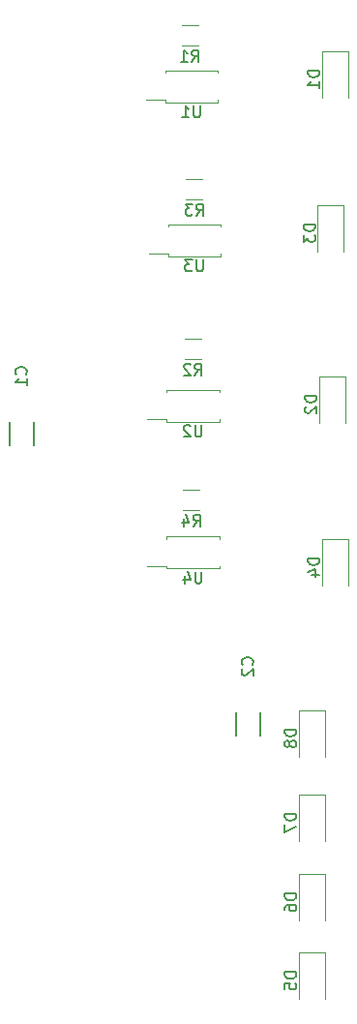
<source format=gbr>
%TF.GenerationSoftware,KiCad,Pcbnew,(6.0.4)*%
%TF.CreationDate,2023-07-24T12:17:23-04:00*%
%TF.ProjectId,BREAD_Slice,42524541-445f-4536-9c69-63652e6b6963,rev?*%
%TF.SameCoordinates,Original*%
%TF.FileFunction,Legend,Bot*%
%TF.FilePolarity,Positive*%
%FSLAX46Y46*%
G04 Gerber Fmt 4.6, Leading zero omitted, Abs format (unit mm)*
G04 Created by KiCad (PCBNEW (6.0.4)) date 2023-07-24 12:17:23*
%MOMM*%
%LPD*%
G01*
G04 APERTURE LIST*
%ADD10C,0.150000*%
%ADD11C,0.120000*%
G04 APERTURE END LIST*
D10*
%TO.C,C2*%
X154961142Y-100089333D02*
X155008761Y-100041714D01*
X155056380Y-99898857D01*
X155056380Y-99803619D01*
X155008761Y-99660761D01*
X154913523Y-99565523D01*
X154818285Y-99517904D01*
X154627809Y-99470285D01*
X154484952Y-99470285D01*
X154294476Y-99517904D01*
X154199238Y-99565523D01*
X154104000Y-99660761D01*
X154056380Y-99803619D01*
X154056380Y-99898857D01*
X154104000Y-100041714D01*
X154151619Y-100089333D01*
X154151619Y-100470285D02*
X154104000Y-100517904D01*
X154056380Y-100613142D01*
X154056380Y-100851238D01*
X154104000Y-100946476D01*
X154151619Y-100994095D01*
X154246857Y-101041714D01*
X154342095Y-101041714D01*
X154484952Y-100994095D01*
X155056380Y-100422666D01*
X155056380Y-101041714D01*
%TO.C,C1*%
X135149142Y-74689333D02*
X135196761Y-74641714D01*
X135244380Y-74498857D01*
X135244380Y-74403619D01*
X135196761Y-74260761D01*
X135101523Y-74165523D01*
X135006285Y-74117904D01*
X134815809Y-74070285D01*
X134672952Y-74070285D01*
X134482476Y-74117904D01*
X134387238Y-74165523D01*
X134292000Y-74260761D01*
X134244380Y-74403619D01*
X134244380Y-74498857D01*
X134292000Y-74641714D01*
X134339619Y-74689333D01*
X135244380Y-75641714D02*
X135244380Y-75070285D01*
X135244380Y-75356000D02*
X134244380Y-75356000D01*
X134387238Y-75260761D01*
X134482476Y-75165523D01*
X134530095Y-75070285D01*
%TO.C,D1*%
X160856380Y-48129904D02*
X159856380Y-48129904D01*
X159856380Y-48368000D01*
X159904000Y-48510857D01*
X159999238Y-48606095D01*
X160094476Y-48653714D01*
X160284952Y-48701333D01*
X160427809Y-48701333D01*
X160618285Y-48653714D01*
X160713523Y-48606095D01*
X160808761Y-48510857D01*
X160856380Y-48368000D01*
X160856380Y-48129904D01*
X160856380Y-49653714D02*
X160856380Y-49082285D01*
X160856380Y-49368000D02*
X159856380Y-49368000D01*
X159999238Y-49272761D01*
X160094476Y-49177523D01*
X160142095Y-49082285D01*
%TO.C,D2*%
X160602380Y-76577904D02*
X159602380Y-76577904D01*
X159602380Y-76816000D01*
X159650000Y-76958857D01*
X159745238Y-77054095D01*
X159840476Y-77101714D01*
X160030952Y-77149333D01*
X160173809Y-77149333D01*
X160364285Y-77101714D01*
X160459523Y-77054095D01*
X160554761Y-76958857D01*
X160602380Y-76816000D01*
X160602380Y-76577904D01*
X159697619Y-77530285D02*
X159650000Y-77577904D01*
X159602380Y-77673142D01*
X159602380Y-77911238D01*
X159650000Y-78006476D01*
X159697619Y-78054095D01*
X159792857Y-78101714D01*
X159888095Y-78101714D01*
X160030952Y-78054095D01*
X160602380Y-77482666D01*
X160602380Y-78101714D01*
%TO.C,D3*%
X160475380Y-61591904D02*
X159475380Y-61591904D01*
X159475380Y-61830000D01*
X159523000Y-61972857D01*
X159618238Y-62068095D01*
X159713476Y-62115714D01*
X159903952Y-62163333D01*
X160046809Y-62163333D01*
X160237285Y-62115714D01*
X160332523Y-62068095D01*
X160427761Y-61972857D01*
X160475380Y-61830000D01*
X160475380Y-61591904D01*
X159475380Y-62496666D02*
X159475380Y-63115714D01*
X159856333Y-62782380D01*
X159856333Y-62925238D01*
X159903952Y-63020476D01*
X159951571Y-63068095D01*
X160046809Y-63115714D01*
X160284904Y-63115714D01*
X160380142Y-63068095D01*
X160427761Y-63020476D01*
X160475380Y-62925238D01*
X160475380Y-62639523D01*
X160427761Y-62544285D01*
X160380142Y-62496666D01*
%TO.C,D4*%
X160856380Y-90801904D02*
X159856380Y-90801904D01*
X159856380Y-91040000D01*
X159904000Y-91182857D01*
X159999238Y-91278095D01*
X160094476Y-91325714D01*
X160284952Y-91373333D01*
X160427809Y-91373333D01*
X160618285Y-91325714D01*
X160713523Y-91278095D01*
X160808761Y-91182857D01*
X160856380Y-91040000D01*
X160856380Y-90801904D01*
X160189714Y-92230476D02*
X160856380Y-92230476D01*
X159808761Y-91992380D02*
X160523047Y-91754285D01*
X160523047Y-92373333D01*
%TO.C,D5*%
X158824380Y-126996904D02*
X157824380Y-126996904D01*
X157824380Y-127235000D01*
X157872000Y-127377857D01*
X157967238Y-127473095D01*
X158062476Y-127520714D01*
X158252952Y-127568333D01*
X158395809Y-127568333D01*
X158586285Y-127520714D01*
X158681523Y-127473095D01*
X158776761Y-127377857D01*
X158824380Y-127235000D01*
X158824380Y-126996904D01*
X157824380Y-128473095D02*
X157824380Y-127996904D01*
X158300571Y-127949285D01*
X158252952Y-127996904D01*
X158205333Y-128092142D01*
X158205333Y-128330238D01*
X158252952Y-128425476D01*
X158300571Y-128473095D01*
X158395809Y-128520714D01*
X158633904Y-128520714D01*
X158729142Y-128473095D01*
X158776761Y-128425476D01*
X158824380Y-128330238D01*
X158824380Y-128092142D01*
X158776761Y-127996904D01*
X158729142Y-127949285D01*
%TO.C,D6*%
X158824380Y-120138904D02*
X157824380Y-120138904D01*
X157824380Y-120377000D01*
X157872000Y-120519857D01*
X157967238Y-120615095D01*
X158062476Y-120662714D01*
X158252952Y-120710333D01*
X158395809Y-120710333D01*
X158586285Y-120662714D01*
X158681523Y-120615095D01*
X158776761Y-120519857D01*
X158824380Y-120377000D01*
X158824380Y-120138904D01*
X157824380Y-121567476D02*
X157824380Y-121377000D01*
X157872000Y-121281761D01*
X157919619Y-121234142D01*
X158062476Y-121138904D01*
X158252952Y-121091285D01*
X158633904Y-121091285D01*
X158729142Y-121138904D01*
X158776761Y-121186523D01*
X158824380Y-121281761D01*
X158824380Y-121472238D01*
X158776761Y-121567476D01*
X158729142Y-121615095D01*
X158633904Y-121662714D01*
X158395809Y-121662714D01*
X158300571Y-121615095D01*
X158252952Y-121567476D01*
X158205333Y-121472238D01*
X158205333Y-121281761D01*
X158252952Y-121186523D01*
X158300571Y-121138904D01*
X158395809Y-121091285D01*
%TO.C,D7*%
X158824380Y-113153904D02*
X157824380Y-113153904D01*
X157824380Y-113392000D01*
X157872000Y-113534857D01*
X157967238Y-113630095D01*
X158062476Y-113677714D01*
X158252952Y-113725333D01*
X158395809Y-113725333D01*
X158586285Y-113677714D01*
X158681523Y-113630095D01*
X158776761Y-113534857D01*
X158824380Y-113392000D01*
X158824380Y-113153904D01*
X157824380Y-114058666D02*
X157824380Y-114725333D01*
X158824380Y-114296761D01*
%TO.C,D8*%
X158824380Y-105787904D02*
X157824380Y-105787904D01*
X157824380Y-106026000D01*
X157872000Y-106168857D01*
X157967238Y-106264095D01*
X158062476Y-106311714D01*
X158252952Y-106359333D01*
X158395809Y-106359333D01*
X158586285Y-106311714D01*
X158681523Y-106264095D01*
X158776761Y-106168857D01*
X158824380Y-106026000D01*
X158824380Y-105787904D01*
X158252952Y-106930761D02*
X158205333Y-106835523D01*
X158157714Y-106787904D01*
X158062476Y-106740285D01*
X158014857Y-106740285D01*
X157919619Y-106787904D01*
X157872000Y-106835523D01*
X157824380Y-106930761D01*
X157824380Y-107121238D01*
X157872000Y-107216476D01*
X157919619Y-107264095D01*
X158014857Y-107311714D01*
X158062476Y-107311714D01*
X158157714Y-107264095D01*
X158205333Y-107216476D01*
X158252952Y-107121238D01*
X158252952Y-106930761D01*
X158300571Y-106835523D01*
X158348190Y-106787904D01*
X158443428Y-106740285D01*
X158633904Y-106740285D01*
X158729142Y-106787904D01*
X158776761Y-106835523D01*
X158824380Y-106930761D01*
X158824380Y-107121238D01*
X158776761Y-107216476D01*
X158729142Y-107264095D01*
X158633904Y-107311714D01*
X158443428Y-107311714D01*
X158348190Y-107264095D01*
X158300571Y-107216476D01*
X158252952Y-107121238D01*
%TO.C,R1*%
X149690666Y-47330380D02*
X150024000Y-46854190D01*
X150262095Y-47330380D02*
X150262095Y-46330380D01*
X149881142Y-46330380D01*
X149785904Y-46378000D01*
X149738285Y-46425619D01*
X149690666Y-46520857D01*
X149690666Y-46663714D01*
X149738285Y-46758952D01*
X149785904Y-46806571D01*
X149881142Y-46854190D01*
X150262095Y-46854190D01*
X148738285Y-47330380D02*
X149309714Y-47330380D01*
X149024000Y-47330380D02*
X149024000Y-46330380D01*
X149119238Y-46473238D01*
X149214476Y-46568476D01*
X149309714Y-46616095D01*
%TO.C,R2*%
X149944666Y-74762380D02*
X150278000Y-74286190D01*
X150516095Y-74762380D02*
X150516095Y-73762380D01*
X150135142Y-73762380D01*
X150039904Y-73810000D01*
X149992285Y-73857619D01*
X149944666Y-73952857D01*
X149944666Y-74095714D01*
X149992285Y-74190952D01*
X150039904Y-74238571D01*
X150135142Y-74286190D01*
X150516095Y-74286190D01*
X149563714Y-73857619D02*
X149516095Y-73810000D01*
X149420857Y-73762380D01*
X149182761Y-73762380D01*
X149087523Y-73810000D01*
X149039904Y-73857619D01*
X148992285Y-73952857D01*
X148992285Y-74048095D01*
X149039904Y-74190952D01*
X149611333Y-74762380D01*
X148992285Y-74762380D01*
%TO.C,R3*%
X150071666Y-60792380D02*
X150405000Y-60316190D01*
X150643095Y-60792380D02*
X150643095Y-59792380D01*
X150262142Y-59792380D01*
X150166904Y-59840000D01*
X150119285Y-59887619D01*
X150071666Y-59982857D01*
X150071666Y-60125714D01*
X150119285Y-60220952D01*
X150166904Y-60268571D01*
X150262142Y-60316190D01*
X150643095Y-60316190D01*
X149738333Y-59792380D02*
X149119285Y-59792380D01*
X149452619Y-60173333D01*
X149309761Y-60173333D01*
X149214523Y-60220952D01*
X149166904Y-60268571D01*
X149119285Y-60363809D01*
X149119285Y-60601904D01*
X149166904Y-60697142D01*
X149214523Y-60744761D01*
X149309761Y-60792380D01*
X149595476Y-60792380D01*
X149690714Y-60744761D01*
X149738333Y-60697142D01*
%TO.C,R4*%
X149817666Y-87970380D02*
X150151000Y-87494190D01*
X150389095Y-87970380D02*
X150389095Y-86970380D01*
X150008142Y-86970380D01*
X149912904Y-87018000D01*
X149865285Y-87065619D01*
X149817666Y-87160857D01*
X149817666Y-87303714D01*
X149865285Y-87398952D01*
X149912904Y-87446571D01*
X150008142Y-87494190D01*
X150389095Y-87494190D01*
X148960523Y-87303714D02*
X148960523Y-87970380D01*
X149198619Y-86922761D02*
X149436714Y-87637047D01*
X148817666Y-87637047D01*
%TO.C,U1*%
X150412904Y-51205380D02*
X150412904Y-52014904D01*
X150365285Y-52110142D01*
X150317666Y-52157761D01*
X150222428Y-52205380D01*
X150031952Y-52205380D01*
X149936714Y-52157761D01*
X149889095Y-52110142D01*
X149841476Y-52014904D01*
X149841476Y-51205380D01*
X148841476Y-52205380D02*
X149412904Y-52205380D01*
X149127190Y-52205380D02*
X149127190Y-51205380D01*
X149222428Y-51348238D01*
X149317666Y-51443476D01*
X149412904Y-51491095D01*
%TO.C,U2*%
X150539904Y-79145380D02*
X150539904Y-79954904D01*
X150492285Y-80050142D01*
X150444666Y-80097761D01*
X150349428Y-80145380D01*
X150158952Y-80145380D01*
X150063714Y-80097761D01*
X150016095Y-80050142D01*
X149968476Y-79954904D01*
X149968476Y-79145380D01*
X149539904Y-79240619D02*
X149492285Y-79193000D01*
X149397047Y-79145380D01*
X149158952Y-79145380D01*
X149063714Y-79193000D01*
X149016095Y-79240619D01*
X148968476Y-79335857D01*
X148968476Y-79431095D01*
X149016095Y-79573952D01*
X149587523Y-80145380D01*
X148968476Y-80145380D01*
%TO.C,U3*%
X150666904Y-64667380D02*
X150666904Y-65476904D01*
X150619285Y-65572142D01*
X150571666Y-65619761D01*
X150476428Y-65667380D01*
X150285952Y-65667380D01*
X150190714Y-65619761D01*
X150143095Y-65572142D01*
X150095476Y-65476904D01*
X150095476Y-64667380D01*
X149714523Y-64667380D02*
X149095476Y-64667380D01*
X149428809Y-65048333D01*
X149285952Y-65048333D01*
X149190714Y-65095952D01*
X149143095Y-65143571D01*
X149095476Y-65238809D01*
X149095476Y-65476904D01*
X149143095Y-65572142D01*
X149190714Y-65619761D01*
X149285952Y-65667380D01*
X149571666Y-65667380D01*
X149666904Y-65619761D01*
X149714523Y-65572142D01*
%TO.C,U4*%
X150539904Y-91972380D02*
X150539904Y-92781904D01*
X150492285Y-92877142D01*
X150444666Y-92924761D01*
X150349428Y-92972380D01*
X150158952Y-92972380D01*
X150063714Y-92924761D01*
X150016095Y-92877142D01*
X149968476Y-92781904D01*
X149968476Y-91972380D01*
X149063714Y-92305714D02*
X149063714Y-92972380D01*
X149301809Y-91924761D02*
X149539904Y-92639047D01*
X148920857Y-92639047D01*
%TO.C,C2*%
X153534000Y-104286000D02*
X153534000Y-106296000D01*
X155674000Y-104256000D02*
X155674000Y-106266000D01*
%TO.C,C1*%
X133722000Y-78886000D02*
X133722000Y-80896000D01*
X135862000Y-78856000D02*
X135862000Y-80866000D01*
D11*
%TO.C,D1*%
X163359000Y-46408000D02*
X163359000Y-50468000D01*
X161089000Y-46408000D02*
X163359000Y-46408000D01*
X161089000Y-50468000D02*
X161089000Y-46408000D01*
%TO.C,D2*%
X160835000Y-74856000D02*
X163105000Y-74856000D01*
X163105000Y-74856000D02*
X163105000Y-78916000D01*
X160835000Y-78916000D02*
X160835000Y-74856000D01*
%TO.C,D3*%
X160708000Y-63930000D02*
X160708000Y-59870000D01*
X162978000Y-59870000D02*
X162978000Y-63930000D01*
X160708000Y-59870000D02*
X162978000Y-59870000D01*
%TO.C,D4*%
X161089000Y-93140000D02*
X161089000Y-89080000D01*
X161089000Y-89080000D02*
X163359000Y-89080000D01*
X163359000Y-89080000D02*
X163359000Y-93140000D01*
%TO.C,D5*%
X161327000Y-125275000D02*
X161327000Y-129335000D01*
X159057000Y-129335000D02*
X159057000Y-125275000D01*
X159057000Y-125275000D02*
X161327000Y-125275000D01*
%TO.C,D6*%
X159057000Y-118417000D02*
X161327000Y-118417000D01*
X159057000Y-122477000D02*
X159057000Y-118417000D01*
X161327000Y-118417000D02*
X161327000Y-122477000D01*
%TO.C,D7*%
X161327000Y-111432000D02*
X161327000Y-115492000D01*
X159057000Y-115492000D02*
X159057000Y-111432000D01*
X159057000Y-111432000D02*
X161327000Y-111432000D01*
%TO.C,D8*%
X159057000Y-108126000D02*
X159057000Y-104066000D01*
X161327000Y-104066000D02*
X161327000Y-108126000D01*
X159057000Y-104066000D02*
X161327000Y-104066000D01*
%TO.C,R1*%
X148796936Y-44148000D02*
X150251064Y-44148000D01*
X148796936Y-45968000D02*
X150251064Y-45968000D01*
%TO.C,R2*%
X149050936Y-71580000D02*
X150505064Y-71580000D01*
X149050936Y-73400000D02*
X150505064Y-73400000D01*
%TO.C,R3*%
X149177936Y-57610000D02*
X150632064Y-57610000D01*
X149177936Y-59430000D02*
X150632064Y-59430000D01*
%TO.C,R4*%
X148923936Y-86608000D02*
X150378064Y-86608000D01*
X148923936Y-84788000D02*
X150378064Y-84788000D01*
%TO.C,U1*%
X147341000Y-50698000D02*
X145651000Y-50698000D01*
X149651000Y-50913000D02*
X151961000Y-50913000D01*
X149651000Y-48093000D02*
X151961000Y-48093000D01*
X149651000Y-50913000D02*
X147341000Y-50913000D01*
X147341000Y-48093000D02*
X147341000Y-48308000D01*
X151961000Y-50913000D02*
X151961000Y-50698000D01*
X147341000Y-50913000D02*
X147341000Y-50698000D01*
X149651000Y-48093000D02*
X147341000Y-48093000D01*
X151961000Y-48093000D02*
X151961000Y-48308000D01*
%TO.C,U2*%
X149778000Y-76033000D02*
X147468000Y-76033000D01*
X149778000Y-78853000D02*
X147468000Y-78853000D01*
X152088000Y-78853000D02*
X152088000Y-78638000D01*
X147468000Y-78853000D02*
X147468000Y-78638000D01*
X152088000Y-76033000D02*
X152088000Y-76248000D01*
X147468000Y-78638000D02*
X145778000Y-78638000D01*
X149778000Y-78853000D02*
X152088000Y-78853000D01*
X147468000Y-76033000D02*
X147468000Y-76248000D01*
X149778000Y-76033000D02*
X152088000Y-76033000D01*
%TO.C,U3*%
X147595000Y-61555000D02*
X147595000Y-61770000D01*
X149905000Y-61555000D02*
X152215000Y-61555000D01*
X152215000Y-64375000D02*
X152215000Y-64160000D01*
X152215000Y-61555000D02*
X152215000Y-61770000D01*
X147595000Y-64375000D02*
X147595000Y-64160000D01*
X149905000Y-64375000D02*
X147595000Y-64375000D01*
X149905000Y-64375000D02*
X152215000Y-64375000D01*
X147595000Y-64160000D02*
X145905000Y-64160000D01*
X149905000Y-61555000D02*
X147595000Y-61555000D01*
%TO.C,U4*%
X147468000Y-88860000D02*
X147468000Y-89075000D01*
X152088000Y-88860000D02*
X152088000Y-89075000D01*
X149778000Y-91680000D02*
X152088000Y-91680000D01*
X149778000Y-91680000D02*
X147468000Y-91680000D01*
X149778000Y-88860000D02*
X147468000Y-88860000D01*
X147468000Y-91680000D02*
X147468000Y-91465000D01*
X147468000Y-91465000D02*
X145778000Y-91465000D01*
X152088000Y-91680000D02*
X152088000Y-91465000D01*
X149778000Y-88860000D02*
X152088000Y-88860000D01*
%TD*%
M02*

</source>
